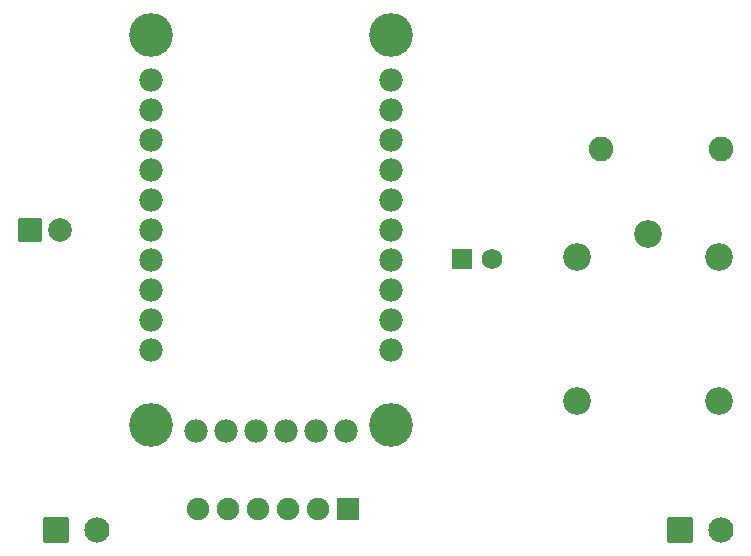
<source format=gbs>
G04 Layer: BottomSolderMaskLayer*
G04 EasyEDA v6.5.22, 2023-03-10 16:28:45*
G04 028e3914a6f949ed9ca799ef75e4ed4f,10*
G04 Gerber Generator version 0.2*
G04 Scale: 100 percent, Rotated: No, Reflected: No *
G04 Dimensions in millimeters *
G04 leading zeros omitted , absolute positions ,4 integer and 5 decimal *
%FSLAX45Y45*%
%MOMM*%

%AMMACRO1*1,1,$1,$2,$3*1,1,$1,$4,$5*1,1,$1,0-$2,0-$3*1,1,$1,0-$4,0-$5*20,1,$1,$2,$3,$4,$5,0*20,1,$1,$4,$5,0-$2,0-$3,0*20,1,$1,0-$2,0-$3,0-$4,0-$5,0*20,1,$1,0-$4,0-$5,$2,$3,0*4,1,4,$2,$3,$4,$5,0-$2,0-$3,0-$4,0-$5,$2,$3,0*%
%ADD10MACRO1,0.2032X0.8499X-0.8499X-0.8499X-0.8499*%
%ADD11C,1.9032*%
%ADD12C,2.0032*%
%ADD13MACRO1,0.2032X0.8999X-0.8999X-0.8999X-0.8999*%
%ADD14MACRO1,0.1016X-0.8255X0.8255X0.8255X0.8255*%
%ADD15C,1.7526*%
%ADD16C,2.0828*%
%ADD17MACRO1,0.1016X-1.016X1.016X1.016X1.016*%
%ADD18C,2.1336*%
%ADD19C,2.3515*%
%ADD20C,3.7084*%
%ADD21C,1.9812*%

%LPD*%
D10*
G01*
X4191000Y3619500D03*
D11*
G01*
X3937000Y3619500D03*
G01*
X3683000Y3619500D03*
G01*
X3429000Y3619500D03*
G01*
X3175000Y3619500D03*
G01*
X2921000Y3619500D03*
D12*
G01*
X1752600Y5981700D03*
D13*
G01*
X1498600Y5981700D03*
D14*
G01*
X5156200Y5740400D03*
D15*
G01*
X5410200Y5740400D03*
D16*
G01*
X7353300Y6667500D03*
G01*
X6337300Y6667500D03*
D17*
G01*
X1717039Y3441700D03*
D18*
G01*
X2067559Y3441700D03*
D17*
G01*
X7000240Y3441700D03*
D18*
G01*
X7350759Y3441700D03*
D19*
G01*
X6734098Y5953099D03*
G01*
X6134100Y5753100D03*
G01*
X6134100Y4533112D03*
G01*
X7334097Y4533112D03*
G01*
X7334097Y5753100D03*
D20*
G01*
X4559300Y7632700D03*
D21*
G01*
X4559300Y4965700D03*
G01*
X4559300Y5219700D03*
G01*
X4559300Y5473700D03*
G01*
X4559300Y5727700D03*
G01*
X4559300Y5981700D03*
G01*
X4559300Y6235700D03*
G01*
X4559300Y6489700D03*
G01*
X4559300Y6743700D03*
G01*
X4559300Y6997700D03*
G01*
X4559300Y7251700D03*
D20*
G01*
X4559300Y4330700D03*
D21*
G01*
X4178300Y4279900D03*
G01*
X2908300Y4279900D03*
G01*
X3162300Y4279900D03*
G01*
X3416300Y4279900D03*
G01*
X3670300Y4279900D03*
G01*
X3924300Y4279900D03*
D20*
G01*
X2527300Y4330700D03*
D21*
G01*
X2527300Y4965700D03*
G01*
X2527300Y7251700D03*
G01*
X2527300Y6997700D03*
G01*
X2527300Y6743700D03*
G01*
X2527300Y6489700D03*
G01*
X2527300Y6235700D03*
G01*
X2527300Y5981700D03*
G01*
X2527300Y5727700D03*
G01*
X2527300Y5473700D03*
G01*
X2527300Y5219700D03*
G01*
X2527300Y4965700D03*
D20*
G01*
X2527300Y7632700D03*
M02*

</source>
